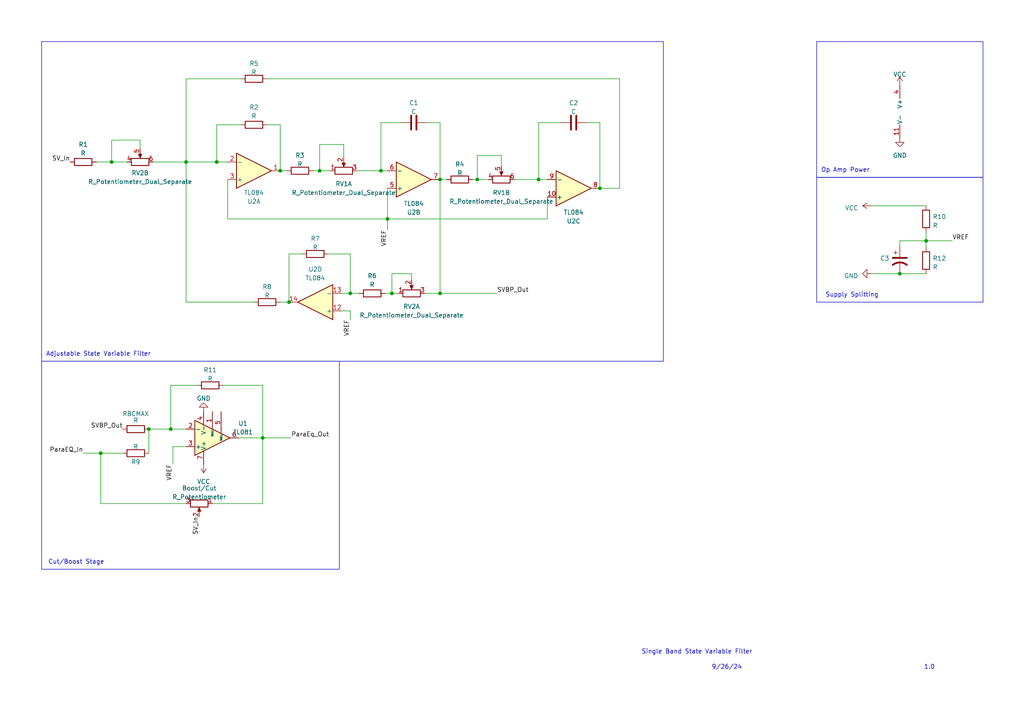
<source format=kicad_sch>
(kicad_sch (version 20230121) (generator eeschema)
  (paper "A4")
  (lib_symbols
    (symbol "Amplifier_Operational:TL081" (pin_names (offset 0.127))
      (property "Reference" "U" (at 0 6.35 0))
      (property "Value" "TL081" (at 0 3.81 0))
      (symbol "TL081_0_1"
        (polyline (pts (xy -5.08 5.08) (xy 5.08 0) (xy -5.08 -5.08) (xy -5.08 5.08)) (stroke (width 0.254)) (fill (type background)))
      )
      (symbol "TL081_1_1"
        (pin input line (at 0 -7.62 90) (length 5.08) (name "NULL") (number "1"))
        (pin input line (at -7.62 -2.54 0) (length 2.54) (name "-") (number "2"))
        (pin input line (at -7.62 2.54 0) (length 2.54) (name "+") (number "3"))
        (pin power_in line (at -2.54 -7.62 90) (length 3.81) (name "V-") (number "4"))
        (pin input line (at 2.54 -7.62 90) (length 6.35) (name "NULL") (number "5"))
        (pin output line (at 7.62 0 180) (length 2.54) (name "~") (number "6"))
        (pin power_in line (at -2.54 7.62 270) (length 3.81) (name "V+") (number "7"))
        (pin no_connect line (at 0 2.54 270) (length 2.54) hide (name "NC") (number "8"))
      )
    )
    (symbol "Amplifier_Operational:TL084" (pin_names (offset 0.127))
      (property "Reference" "U" (at 0 5.08 0))
      (property "Value" "TL084" (at 0 -5.08 0))
      (symbol "TL084_1_1"
        (polyline (pts (xy -5.08 5.08) (xy 5.08 0) (xy -5.08 -5.08) (xy -5.08 5.08)) (stroke (width 0.254)) (fill (type background)))
        (pin output line (at 7.62 0 180) (length 2.54) (name "~") (number "1"))
        (pin input line (at -7.62 -2.54 0) (length 2.54) (name "-") (number "2"))
        (pin input line (at -7.62 2.54 0) (length 2.54) (name "+") (number "3"))
      )
      (symbol "TL084_2_1"
        (polyline (pts (xy -5.08 5.08) (xy 5.08 0) (xy -5.08 -5.08) (xy -5.08 5.08)) (stroke (width 0.254)) (fill (type background)))
        (pin input line (at -7.62 2.54 0) (length 2.54) (name "+") (number "5"))
        (pin input line (at -7.62 -2.54 0) (length 2.54) (name "-") (number "6"))
        (pin output line (at 7.62 0 180) (length 2.54) (name "~") (number "7"))
      )
      (symbol "TL084_3_1"
        (polyline (pts (xy -5.08 5.08) (xy 5.08 0) (xy -5.08 -5.08) (xy -5.08 5.08)) (stroke (width 0.254)) (fill (type background)))
        (pin input line (at -7.62 2.54 0) (length 2.54) (name "+") (number "10"))
        (pin output line (at 7.62 0 180) (length 2.54) (name "~") (number "8"))
        (pin input line (at -7.62 -2.54 0) (length 2.54) (name "-") (number "9"))
      )
      (symbol "TL084_4_1"
        (polyline (pts (xy -5.08 5.08) (xy 5.08 0) (xy -5.08 -5.08) (xy -5.08 5.08)) (stroke (width 0.254)) (fill (type background)))
        (pin input line (at -7.62 2.54 0) (length 2.54) (name "+") (number "12"))
        (pin input line (at -7.62 -2.54 0) (length 2.54) (name "-") (number "13"))
        (pin output line (at 7.62 0 180) (length 2.54) (name "~") (number "14"))
      )
      (symbol "TL084_5_1"
        (pin power_in line (at -2.54 -7.62 90) (length 3.81) (name "V-") (number "11"))
        (pin power_in line (at -2.54 7.62 270) (length 3.81) (name "V+") (number "4"))
      )
    )
    (symbol "Device:C" (pin_numbers hide) (pin_names (offset 0.254))
      (property "Reference" "C" (at 0.635 2.54 0))
      (property "Value" "C" (at 0.635 -2.54 0))
      (symbol "C_0_1"
        (polyline (pts (xy -2.032 -0.762) (xy 2.032 -0.762)) (stroke (width 0.508)))
        (polyline (pts (xy -2.032 0.762) (xy 2.032 0.762)) (stroke (width 0.508)))
      )
      (symbol "C_1_1"
        (pin passive line (at 0 3.81 270) (length 2.794) (name "~") (number "1"))
        (pin passive line (at 0 -3.81 90) (length 2.794) (name "~") (number "2"))
      )
    )
    (symbol "Device:C_Polarized_US" (pin_numbers hide) (pin_names (offset 0.254) hide)
      (property "Reference" "C" (at 0.635 2.54 0))
      (property "Value" "C_Polarized_US" (at 0.635 -2.54 0))
      (symbol "C_Polarized_US_0_1"
        (polyline (pts (xy -2.032 0.762) (xy 2.032 0.762)) (stroke (width 0.508)))
        (polyline (pts (xy -1.778 2.286) (xy -0.762 2.286)))
        (polyline (pts (xy -1.27 1.778) (xy -1.27 2.794)))
        (arc (start 2.032 -1.27) (mid 0 -0.5572) (end -2.032 -1.27) (stroke (width 0.508)))
      )
      (symbol "C_Polarized_US_1_1"
        (pin passive line (at 0 3.81 270) (length 2.794) (name "~") (number "1"))
        (pin passive line (at 0 -3.81 90) (length 3.302) (name "~") (number "2"))
      )
    )
    (symbol "Device:R" (pin_numbers hide) (pin_names (offset 0))
      (property "Reference" "R" (at 2.032 0 90))
      (property "Value" "R" (at 0 0 90))
      (symbol "R_0_1"
        (rectangle (start -1.016 -2.54) (end 1.016 2.54) (stroke (width 0.254)))
      )
      (symbol "R_1_1"
        (pin passive line (at 0 3.81 270) (length 1.27) (name "~") (number "1"))
        (pin passive line (at 0 -3.81 90) (length 1.27) (name "~") (number "2"))
      )
    )
    (symbol "Device:R_Potentiometer" (pin_names (offset 1.016) hide)
      (property "Reference" "RV" (at -4.445 0 90))
      (property "Value" "R_Potentiometer" (at -2.54 0 90))
      (symbol "R_Potentiometer_0_1"
        (polyline (pts (xy 2.54 0) (xy 1.524 0)))
        (polyline (pts (xy 1.143 0) (xy 2.286 0.508) (xy 2.286 -0.508) (xy 1.143 0)) (fill (type outline)))
        (rectangle (start 1.016 2.54) (end -1.016 -2.54) (stroke (width 0.254)))
      )
      (symbol "R_Potentiometer_1_1"
        (pin passive line (at 0 3.81 270) (length 1.27) (name "1") (number "1"))
        (pin passive line (at 3.81 0 180) (length 1.27) (name "2") (number "2"))
        (pin passive line (at 0 -3.81 90) (length 1.27) (name "3") (number "3"))
      )
    )
    (symbol "Device:R_Potentiometer_Dual_Separate" (pin_names (offset 1.016) hide)
      (property "Reference" "RV" (at -4.445 0 90))
      (property "Value" "R_Potentiometer_Dual_Separate" (at -2.54 0 90))
      (symbol "R_Potentiometer_Dual_Separate_0_1"
        (polyline (pts (xy 2.54 0) (xy 1.524 0)))
        (polyline (pts (xy 1.143 0) (xy 2.286 0.508) (xy 2.286 -0.508) (xy 1.143 0)) (fill (type outline)))
        (rectangle (start 1.016 2.54) (end -1.016 -2.54) (stroke (width 0.254)))
      )
      (symbol "R_Potentiometer_Dual_Separate_1_1"
        (pin passive line (at 0 3.81 270) (length 1.27) (name "1") (number "1"))
        (pin passive line (at 3.81 0 180) (length 1.27) (name "2") (number "2"))
        (pin passive line (at 0 -3.81 90) (length 1.27) (name "3") (number "3"))
      )
      (symbol "R_Potentiometer_Dual_Separate_2_1"
        (pin passive line (at 0 3.81 270) (length 1.27) (name "4") (number "4"))
        (pin passive line (at 3.81 0 180) (length 1.27) (name "5") (number "5"))
        (pin passive line (at 0 -3.81 90) (length 1.27) (name "6") (number "6"))
      )
    )
    (symbol "power:GND" (power) (pin_names (offset 0))
      (property "Value" "GND" (at 0 -3.81 0))
      (symbol "GND_0_1"
        (polyline (pts (xy 0 0) (xy 0 -1.27) (xy 1.27 -1.27) (xy 0 -2.54) (xy -1.27 -1.27) (xy 0 -1.27)))
      )
      (symbol "GND_1_1"
        (pin power_in line (at 0 0 270) (length 0) hide (name "GND") (number "1"))
      )
    )
    (symbol "power:VCC" (power) (pin_names (offset 0))
      (property "Value" "VCC" (at 0 3.81 0))
      (symbol "VCC_0_1"
        (polyline (pts (xy -0.762 1.27) (xy 0 2.54)))
        (polyline (pts (xy 0 0) (xy 0 2.54)))
        (polyline (pts (xy 0 2.54) (xy 0.762 1.27)))
      )
      (symbol "VCC_1_1"
        (pin power_in line (at 0 0 90) (length 0) hide (name "VCC") (number "1"))
      )
    )
  )
  (junction (at 53.975 46.99))
  (junction (at 268.605 69.85))
  (junction (at 173.99 54.61))
  (junction (at 113.665 85.09))
  (junction (at 127.635 85.09))
  (junction (at 127.635 52.07))
  (junction (at 138.43 52.07))
  (junction (at 156.21 52.07))
  (junction (at 76.2 127))
  (junction (at 110.49 49.53))
  (junction (at 92.71 49.53))
  (junction (at 32.385 46.99))
  (junction (at 83.82 87.63))
  (junction (at 81.28 49.53))
  (junction (at 101.6 85.09))
  (junction (at 62.865 46.99))
  (junction (at 29.21 131.445))
  (junction (at 49.53 124.46))
  (junction (at 112.395 63.5))
  (junction (at 43.18 124.46))
  (junction (at 260.985 79.375))
  (wire (pts (xy 66.04 63.5) (xy 112.395 63.5)))
  (wire (pts (xy 99.06 90.17) (xy 101.6 90.17)))
  (wire (pts (xy 66.04 52.07) (xy 66.04 63.5)))
  (wire (pts (xy 77.47 22.86) (xy 179.705 22.86)))
  (wire (pts (xy 138.43 45.085) (xy 145.415 45.085)))
  (wire (pts (xy 99.695 41.91) (xy 92.71 41.91)))
  (wire (pts (xy 112.395 63.5) (xy 112.395 66.675)))
  (wire (pts (xy 101.6 73.66) (xy 95.25 73.66)))
  (wire (pts (xy 53.975 46.99) (xy 62.865 46.99)))
  (wire (pts (xy 110.49 49.53) (xy 112.395 49.53)))
  (wire (pts (xy 40.64 43.18) (xy 40.64 40.64)))
  (wire (pts (xy 83.185 49.53) (xy 81.28 49.53)))
  (wire (pts (xy 127.635 52.07) (xy 127.635 85.09)))
  (wire (pts (xy 50.165 134.62) (xy 50.165 129.54)))
  (wire (pts (xy 43.18 124.46) (xy 43.18 131.445)))
  (wire (pts (xy 43.18 124.46) (xy 49.53 124.46)))
  (wire (pts (xy 29.21 131.445) (xy 35.56 131.445)))
  (wire (pts (xy 101.6 85.09) (xy 101.6 73.66)))
  (wire (pts (xy 173.99 35.56) (xy 173.99 54.61)))
  (wire (pts (xy 90.805 49.53) (xy 92.71 49.53)))
  (wire (pts (xy 27.94 46.99) (xy 32.385 46.99)))
  (wire (pts (xy 113.665 79.375) (xy 113.665 85.09)))
  (wire (pts (xy 92.71 49.53) (xy 95.885 49.53)))
  (wire (pts (xy 170.18 35.56) (xy 173.99 35.56)))
  (wire (pts (xy 87.63 73.66) (xy 83.82 73.66)))
  (wire (pts (xy 62.865 36.195) (xy 69.85 36.195)))
  (wire (pts (xy 69.85 22.86) (xy 53.975 22.86)))
  (wire (pts (xy 40.64 40.64) (xy 32.385 40.64)))
  (wire (pts (xy 61.595 146.05) (xy 76.2 146.05)))
  (wire (pts (xy 101.6 90.17) (xy 101.6 92.71)))
  (wire (pts (xy 49.53 124.46) (xy 53.975 124.46)))
  (wire (pts (xy 123.19 85.09) (xy 127.635 85.09)))
  (wire (pts (xy 260.985 69.85) (xy 260.985 71.755)))
  (wire (pts (xy 112.395 63.5) (xy 158.75 63.5)))
  (wire (pts (xy 76.2 146.05) (xy 76.2 127)))
  (wire (pts (xy 129.54 52.07) (xy 127.635 52.07)))
  (wire (pts (xy 111.76 85.09) (xy 113.665 85.09)))
  (wire (pts (xy 119.38 79.375) (xy 113.665 79.375)))
  (wire (pts (xy 260.985 69.85) (xy 268.605 69.85)))
  (wire (pts (xy 92.71 41.91) (xy 92.71 49.53)))
  (wire (pts (xy 156.21 52.07) (xy 156.21 35.56)))
  (wire (pts (xy 252.73 59.69) (xy 268.605 59.69)))
  (wire (pts (xy 32.385 40.64) (xy 32.385 46.99)))
  (wire (pts (xy 127.635 35.56) (xy 127.635 52.07)))
  (wire (pts (xy 64.77 111.76) (xy 76.2 111.76)))
  (wire (pts (xy 32.385 46.99) (xy 36.83 46.99)))
  (wire (pts (xy 103.505 49.53) (xy 110.49 49.53)))
  (wire (pts (xy 260.985 79.375) (xy 268.605 79.375)))
  (wire (pts (xy 76.2 111.76) (xy 76.2 127)))
  (wire (pts (xy 81.28 36.195) (xy 81.28 49.53)))
  (wire (pts (xy 49.53 124.46) (xy 49.53 111.76)))
  (wire (pts (xy 62.865 46.99) (xy 62.865 36.195)))
  (wire (pts (xy 49.53 111.76) (xy 57.15 111.76)))
  (wire (pts (xy 119.38 81.28) (xy 119.38 79.375)))
  (wire (pts (xy 156.21 52.07) (xy 158.75 52.07)))
  (wire (pts (xy 77.47 36.195) (xy 81.28 36.195)))
  (wire (pts (xy 53.975 22.86) (xy 53.975 46.99)))
  (wire (pts (xy 110.49 35.56) (xy 116.205 35.56)))
  (wire (pts (xy 149.225 52.07) (xy 156.21 52.07)))
  (wire (pts (xy 29.21 146.05) (xy 29.21 131.445)))
  (wire (pts (xy 173.99 54.61) (xy 179.705 54.61)))
  (wire (pts (xy 123.825 35.56) (xy 127.635 35.56)))
  (wire (pts (xy 99.695 45.72) (xy 99.695 41.91)))
  (wire (pts (xy 112.395 54.61) (xy 112.395 63.5)))
  (wire (pts (xy 156.21 35.56) (xy 162.56 35.56)))
  (wire (pts (xy 158.75 63.5) (xy 158.75 57.15)))
  (wire (pts (xy 99.06 85.09) (xy 101.6 85.09)))
  (wire (pts (xy 69.215 127) (xy 76.2 127)))
  (wire (pts (xy 50.165 129.54) (xy 53.975 129.54)))
  (wire (pts (xy 138.43 52.07) (xy 138.43 45.085)))
  (wire (pts (xy 113.665 85.09) (xy 115.57 85.09)))
  (wire (pts (xy 81.28 87.63) (xy 83.82 87.63)))
  (wire (pts (xy 268.605 67.31) (xy 268.605 69.85)))
  (wire (pts (xy 83.82 73.66) (xy 83.82 87.63)))
  (wire (pts (xy 53.975 146.05) (xy 29.21 146.05)))
  (wire (pts (xy 76.2 127) (xy 84.455 127)))
  (wire (pts (xy 73.66 87.63) (xy 53.975 87.63)))
  (wire (pts (xy 268.605 69.85) (xy 276.225 69.85)))
  (wire (pts (xy 101.6 85.09) (xy 104.14 85.09)))
  (wire (pts (xy 138.43 52.07) (xy 141.605 52.07)))
  (wire (pts (xy 179.705 54.61) (xy 179.705 22.86)))
  (wire (pts (xy 268.605 69.85) (xy 268.605 71.755)))
  (wire (pts (xy 127.635 85.09) (xy 144.145 85.09)))
  (wire (pts (xy 62.865 46.99) (xy 66.04 46.99)))
  (wire (pts (xy 44.45 46.99) (xy 53.975 46.99)))
  (wire (pts (xy 24.13 131.445) (xy 29.21 131.445)))
  (wire (pts (xy 53.975 87.63) (xy 53.975 46.99)))
  (wire (pts (xy 260.985 79.375) (xy 252.73 79.375)))
  (wire (pts (xy 137.16 52.07) (xy 138.43 52.07)))
  (wire (pts (xy 110.49 35.56) (xy 110.49 49.53)))
  (wire (pts (xy 145.415 45.085) (xy 145.415 48.26)))
  (rectangle (start 12.065 12.065) (end 192.405 104.775))
  (rectangle (start 236.855 12.065) (end 285.115 51.435))
  (rectangle (start 236.855 51.435) (end 285.115 87.63))
  (rectangle (start 12.065 104.775) (end 98.425 165.1))
  (text "Single Band State Variable Filter\n" (at 186.055 189.865 0) (effects (font (size 1.27 1.27)) (justify left bottom)))
  (text "1.0\n" (at 267.97 194.31 0) (effects (font (size 1.27 1.27)) (justify left bottom)))
  (text "9/26/24" (at 206.375 194.31 0) (effects (font (size 1.27 1.27)) (justify left bottom)))
  (text "Op Amp Power" (at 238.125 50.165 0) (effects (font (size 1.27 1.27)) (justify left bottom)))
  (text "Adjustable State Variable Filter\n" (at 13.335 103.505 0) (effects (font (size 1.27 1.27)) (justify left bottom)))
  (text "Cut/Boost Stage\n" (at 13.97 163.83 0) (effects (font (size 1.27 1.27)) (justify left bottom)))
  (text "Supply Splitting\n" (at 239.395 86.36 0) (effects (font (size 1.27 1.27)) (justify left bottom)))
  (label "VREF" (at 276.225 69.85 0))
  (label "ParaEq_Out" (at 84.455 127 0))
  (label "SVBP_Out" (at 35.56 124.46 180))
  (label "SV_In" (at 20.32 46.99 180))
  (label "VREF" (at 101.6 92.71 270))
  (label "VREF" (at 50.165 134.62 270))
  (label "SV_In" (at 57.785 149.86 270))
  (label "ParaEQ_In" (at 24.13 131.445 180))
  (label "SVBP_Out" (at 144.145 85.09 0))
  (label "VREF" (at 112.395 66.675 270))
  (symbol (lib_id "Amplifier_Operational:TL084") (at 263.525 32.385 0) (unit 5)
    (property "Reference" "U2" (effects hide))
    (property "Value" "TL084" (effects hide))
    (property "Datasheet" "http://www.ti.com/lit/ds/symlink/tl081.pdf" (effects hide))
  )
  (symbol (lib_id "Device:R_Potentiometer_Dual_Separate") (at 99.695 49.53 90) (unit 1)
    (property "Reference" "RV1" (at 99.695 53.34 90))
    (property "Value" "R_Potentiometer_Dual_Separate" (at 99.695 55.88 90))
  )
  (symbol (lib_id "Device:R_Potentiometer_Dual_Separate") (at 40.64 46.99 90) (unit 2)
    (property "Reference" "RV2" (at 40.64 50.165 90))
    (property "Value" "R_Potentiometer_Dual_Separate" (at 40.64 52.705 90))
  )
  (symbol (lib_id "Device:R") (at 39.37 124.46 90) (unit 1)
    (property "Reference" "RBCMAX" (at 39.37 120.015 90))
    (property "Value" "R" (at 39.37 121.92 90))
  )
  (symbol (lib_id "Device:R_Potentiometer") (at 57.785 146.05 270) (unit 1)
    (property "Reference" "Boost/Cut" (at 57.785 141.605 90))
    (property "Value" "R_Potentiometer" (at 57.785 144.145 90))
  )
  (symbol (lib_id "Device:C") (at 166.37 35.56 90) (unit 1)
    (property "Reference" "C2" (at 166.37 29.845 90))
    (property "Value" "C" (at 166.37 32.385 90))
  )
  (symbol (lib_id "Device:R") (at 39.37 131.445 90) (unit 1)
    (property "Reference" "R9" (at 39.37 133.985 90))
    (property "Value" "R" (at 39.37 129.54 90))
  )
  (symbol (lib_id "Amplifier_Operational:TL084") (at 166.37 54.61 0) (mirror x) (unit 3)
    (property "Reference" "U2" (at 166.37 64.135 0))
    (property "Value" "TL084" (at 166.37 61.595 0))
    (property "Datasheet" "http://www.ti.com/lit/ds/symlink/tl081.pdf" (effects hide))
  )
  (symbol (lib_id "Device:R") (at 77.47 87.63 90) (unit 1)
    (property "Reference" "R8" (at 77.47 83.185 90))
    (property "Value" "R" (at 77.47 85.725 90))
  )
  (symbol (lib_id "Amplifier_Operational:TL084") (at 120.015 52.07 0) (mirror x) (unit 2)
    (property "Reference" "U2" (at 120.015 61.595 0))
    (property "Value" "TL084" (at 120.015 59.055 0))
    (property "Datasheet" "http://www.ti.com/lit/ds/symlink/tl081.pdf" (effects hide))
  )
  (symbol (lib_id "Device:R") (at 73.66 36.195 90) (unit 1)
    (property "Reference" "R2" (at 73.66 31.115 90))
    (property "Value" "R" (at 73.66 33.655 90))
  )
  (symbol (lib_id "Device:R_Potentiometer_Dual_Separate") (at 119.38 85.09 90) (unit 1)
    (property "Reference" "RV2" (at 119.38 88.9 90))
    (property "Value" "R_Potentiometer_Dual_Separate" (at 119.38 91.44 90))
  )
  (symbol (lib_id "Device:C") (at 120.015 35.56 270) (unit 1)
    (property "Reference" "C1" (at 120.015 29.845 90))
    (property "Value" "C" (at 120.015 32.385 90))
  )
  (symbol (lib_id "Device:R") (at 268.605 75.565 0) (unit 1)
    (property "Reference" "R12" (at 270.51 74.93 0) (effects (justify left)))
    (property "Value" "R" (at 270.51 77.47 0) (effects (justify left)))
  )
  (symbol (lib_id "Device:R") (at 91.44 73.66 90) (unit 1)
    (property "Reference" "R7" (at 91.44 69.215 90))
    (property "Value" "R" (at 91.44 71.755 90))
  )
  (symbol (lib_id "Device:R_Potentiometer_Dual_Separate") (at 145.415 52.07 90) (unit 2)
    (property "Reference" "RV1" (at 145.415 55.88 90))
    (property "Value" "R_Potentiometer_Dual_Separate" (at 145.415 58.42 90))
  )
  (symbol (lib_id "power:VCC") (at 59.055 134.62 180) (unit 1)
    (property "Reference" "#PWR02" (effects hide))
    (property "Value" "VCC" (at 59.055 139.7 0))
  )
  (symbol (lib_id "Device:R") (at 133.35 52.07 90) (unit 1)
    (property "Reference" "R4" (at 133.35 47.625 90))
    (property "Value" "R" (at 133.35 50.165 90))
  )
  (symbol (lib_id "Device:R") (at 86.995 49.53 90) (unit 1)
    (property "Reference" "R3" (at 86.995 45.085 90))
    (property "Value" "R" (at 86.995 47.625 90))
  )
  (symbol (lib_id "power:VCC") (at 260.985 24.765 0) (unit 1)
    (property "Reference" "#PWR01" (effects hide))
    (property "Value" "VCC" (at 260.985 21.59 0))
  )
  (symbol (lib_id "Amplifier_Operational:TL084") (at 73.66 49.53 0) (mirror x) (unit 1)
    (property "Reference" "U2" (at 73.66 58.42 0))
    (property "Value" "TL084" (at 73.66 55.88 0))
    (property "Datasheet" "http://www.ti.com/lit/ds/symlink/tl081.pdf" (effects hide))
  )
  (symbol (lib_id "Device:C_Polarized_US") (at 260.985 75.565 0) (unit 1)
    (property "Reference" "C3" (at 255.27 74.93 0) (effects (justify left)))
    (property "Value" "C_Polarized_US" (effects hide))
  )
  (symbol (lib_id "Device:R") (at 73.66 22.86 90) (unit 1)
    (property "Reference" "R5" (at 73.66 18.415 90))
    (property "Value" "R" (at 73.66 20.955 90))
  )
  (symbol (lib_id "Amplifier_Operational:TL084") (at 91.44 87.63 180) (unit 4)
    (property "Reference" "U2" (at 91.44 78.105 0))
    (property "Value" "TL084" (at 91.44 80.645 0))
    (property "Datasheet" "http://www.ti.com/lit/ds/symlink/tl081.pdf" (effects hide))
  )
  (symbol (lib_id "power:VCC") (at 252.73 59.69 90) (unit 1)
    (property "Reference" "#PWR03" (effects hide))
    (property "Value" "VCC" (at 248.92 60.325 90) (effects (justify left)))
  )
  (symbol (lib_id "power:GND") (at 260.985 40.005 0) (unit 1)
    (property "Reference" "#PWR08" (effects hide))
    (property "Value" "GND" (at 260.985 45.085 0))
  )
  (symbol (lib_id "Device:R") (at 60.96 111.76 90) (unit 1)
    (property "Reference" "R11" (at 60.96 107.315 90))
    (property "Value" "R" (at 60.96 109.855 90))
  )
  (symbol (lib_id "Device:R") (at 107.95 85.09 90) (unit 1)
    (property "Reference" "R6" (at 107.95 80.01 90))
    (property "Value" "R" (at 107.95 82.55 90))
  )
  (symbol (lib_id "Device:R") (at 24.13 46.99 90) (unit 1)
    (property "Reference" "R1" (at 24.13 41.91 90))
    (property "Value" "R" (at 24.13 44.45 90))
  )
  (symbol (lib_id "power:GND") (at 59.055 119.38 180) (unit 1)
    (property "Reference" "#PWR05" (effects hide))
    (property "Value" "GND" (at 59.055 115.57 0))
  )
  (symbol (lib_id "Amplifier_Operational:TL081") (at 61.595 127 0) (mirror x) (unit 1)
    (property "Reference" "U1" (at 70.485 122.8089 0))
    (property "Value" "TL081" (at 70.485 125.3489 0))
    (property "Datasheet" "http://www.ti.com/lit/ds/symlink/tl081.pdf" (effects hide))
  )
  (symbol (lib_id "power:GND") (at 252.73 79.375 270) (unit 1)
    (property "Reference" "#PWR04" (effects hide))
    (property "Value" "GND" (at 248.92 80.01 90) (effects (justify right)))
  )
  (symbol (lib_id "Device:R") (at 268.605 63.5 0) (unit 1)
    (property "Reference" "R10" (at 270.51 62.865 0) (effects (justify left)))
    (property "Value" "R" (at 270.51 65.405 0) (effects (justify left)))
  )
)
</source>
